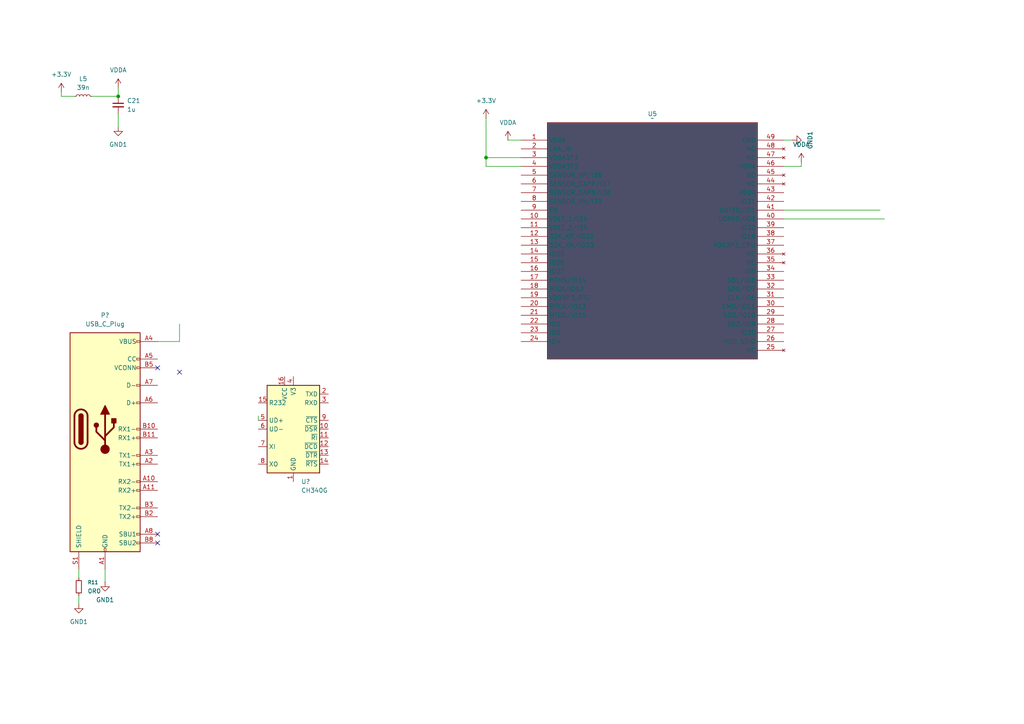
<source format=kicad_sch>
(kicad_sch (version 20250114) (generator "eeschema") (generator_version "9.0")
  (paper "A4")
  (lib_symbols
    (symbol "Connector:USB_C_Plug" (pin_names (offset 1.016))
      (property "Reference" "P" (at -10.16 29.21 0))
      (property "Value" "USB_C_Plug" (at 10.16 29.21 0))
      (symbol "USB_C_Plug_0_0"
        (rectangle (start -0.254 -35.56) (end 0.254 -34.544))
        (rectangle (start 10.16 25.654) (end 9.144 25.146))
        (rectangle (start 10.16 20.574) (end 9.144 20.066))
        (rectangle (start 10.16 18.034) (end 9.144 17.526))
        (rectangle (start 10.16 12.954) (end 9.144 12.446))
        (rectangle (start 10.16 7.874) (end 9.144 7.366))
        (rectangle (start 10.16 0.254) (end 9.144 -0.254))
        (rectangle (start 10.16 -2.286) (end 9.144 -2.794))
        (rectangle (start 10.16 -7.366) (end 9.144 -7.874))
        (rectangle (start 10.16 -9.906) (end 9.144 -10.414))
        (rectangle (start 10.16 -14.986) (end 9.144 -15.494))
        (rectangle (start 10.16 -17.526) (end 9.144 -18.034))
        (rectangle (start 10.16 -22.606) (end 9.144 -23.114))
        (rectangle (start 10.16 -25.146) (end 9.144 -25.654))
        (rectangle (start 10.16 -30.226) (end 9.144 -30.734))
        (rectangle (start 10.16 -32.766) (end 9.144 -33.274))
      )
      (symbol "USB_C_Plug_0_1"
        (rectangle (start -10.16 27.94) (end 10.16 -35.56) (stroke (width 0.254)) (fill (type background)))
        (polyline (pts (xy -8.89 -3.81) (xy -8.89 3.81)) (stroke (width 0.508)))
        (rectangle (start -7.62 -3.81) (end -6.35 3.81) (stroke (width 0.254)) (fill (type outline)))
        (arc (start -7.62 3.81) (mid -6.985 4.4423) (end -6.35 3.81) (stroke (width 0.254)))
        (arc (start -7.62 3.81) (mid -6.985 4.4423) (end -6.35 3.81) (stroke (width 0.254)) (fill (type outline)))
        (arc (start -8.89 3.81) (mid -6.985 5.7067) (end -5.08 3.81) (stroke (width 0.508)))
        (arc (start -5.08 -3.81) (mid -6.985 -5.7067) (end -8.89 -3.81) (stroke (width 0.508)))
        (arc (start -6.35 -3.81) (mid -6.985 -4.4423) (end -7.62 -3.81) (stroke (width 0.254)))
        (arc (start -6.35 -3.81) (mid -6.985 -4.4423) (end -7.62 -3.81) (stroke (width 0.254)) (fill (type outline)))
        (polyline (pts (xy -5.08 3.81) (xy -5.08 -3.81)) (stroke (width 0.508)))
      )
      (symbol "USB_C_Plug_1_1"
        (circle (center -2.54 1.143) (radius 0.635) (stroke (width 0.254)) (fill (type outline)))
        (polyline (pts (xy -1.27 4.318) (xy 0 6.858) (xy 1.27 4.318) (xy -1.27 4.318)) (stroke (width 0.254)) (fill (type outline)))
        (polyline (pts (xy 0 -2.032) (xy 2.54 0.508) (xy 2.54 1.778)) (stroke (width 0.508)))
        (polyline (pts (xy 0 -3.302) (xy -2.54 -0.762) (xy -2.54 0.508)) (stroke (width 0.508)))
        (polyline (pts (xy 0 -5.842) (xy 0 4.318)) (stroke (width 0.508)))
        (circle (center 0 -5.842) (radius 1.27) (fill (type outline)))
        (rectangle (start 1.905 1.778) (end 3.175 3.048) (stroke (width 0.254)) (fill (type outline)))
        (pin passive line (at -7.62 -40.64 90) (length 5.08) (name "SHIELD") (number "S1"))
        (pin passive line (at 0 -40.64 90) (length 5.08) (name "GND") (number "A1"))
        (pin passive line (at 0 -40.64 90) (length 5.08) (hide yes) (name "GND") (number "A12"))
        (pin passive line (at 0 -40.64 90) (length 5.08) (hide yes) (name "GND") (number "B1"))
        (pin passive line (at 0 -40.64 90) (length 5.08) (hide yes) (name "GND") (number "B12"))
        (pin passive line (at 15.24 25.4 180) (length 5.08) (name "VBUS") (number "A4"))
        (pin passive line (at 15.24 25.4 180) (length 5.08) (hide yes) (name "VBUS") (number "A9"))
        (pin passive line (at 15.24 25.4 180) (length 5.08) (hide yes) (name "VBUS") (number "B4"))
        (pin passive line (at 15.24 25.4 180) (length 5.08) (hide yes) (name "VBUS") (number "B9"))
        (pin bidirectional line (at 15.24 20.32 180) (length 5.08) (name "CC") (number "A5"))
        (pin bidirectional line (at 15.24 17.78 180) (length 5.08) (name "VCONN") (number "B5"))
        (pin bidirectional line (at 15.24 12.7 180) (length 5.08) (name "D-") (number "A7"))
        (pin bidirectional line (at 15.24 7.62 180) (length 5.08) (name "D+") (number "A6"))
        (pin bidirectional line (at 15.24 0 180) (length 5.08) (name "RX1-") (number "B10"))
        (pin bidirectional line (at 15.24 -2.54 180) (length 5.08) (name "RX1+") (number "B11"))
        (pin bidirectional line (at 15.24 -7.62 180) (length 5.08) (name "TX1-") (number "A3"))
        (pin bidirectional line (at 15.24 -10.16 180) (length 5.08) (name "TX1+") (number "A2"))
        (pin bidirectional line (at 15.24 -15.24 180) (length 5.08) (name "RX2-") (number "A10"))
        (pin bidirectional line (at 15.24 -17.78 180) (length 5.08) (name "RX2+") (number "A11"))
        (pin bidirectional line (at 15.24 -22.86 180) (length 5.08) (name "TX2-") (number "B3"))
        (pin bidirectional line (at 15.24 -25.4 180) (length 5.08) (name "TX2+") (number "B2"))
        (pin bidirectional line (at 15.24 -30.48 180) (length 5.08) (name "SBU1") (number "A8"))
        (pin bidirectional line (at 15.24 -33.02 180) (length 5.08) (name "SBU2") (number "B8"))
      )
    )
    (symbol "Device:C_Small" (pin_numbers (hide yes)) (pin_names (offset 0.254) (hide yes))
      (property "Reference" "C" (at 0.254 1.778 0))
      (property "Value" "C_Small" (at 0.254 -2.032 0))
      (symbol "C_Small_0_1"
        (polyline (pts (xy -1.524 0.508) (xy 1.524 0.508)) (stroke (width 0.3048)))
        (polyline (pts (xy -1.524 -0.508) (xy 1.524 -0.508)) (stroke (width 0.3302)))
      )
      (symbol "C_Small_1_1"
        (pin passive line (at 0 2.54 270) (length 2.032) (name "~") (number "1"))
        (pin passive line (at 0 -2.54 90) (length 2.032) (name "~") (number "2"))
      )
    )
    (symbol "Device:L_Small" (pin_numbers (hide yes)) (pin_names (offset 0.254) (hide yes))
      (property "Reference" "L" (at 0.762 1.016 0))
      (property "Value" "L_Small" (at 0.762 -1.016 0))
      (symbol "L_Small_0_1"
        (arc (start 0 2.032) (mid 0.5058 1.524) (end 0 1.016))
        (arc (start 0 1.016) (mid 0.5058 0.508) (end 0 0))
        (arc (start 0 0) (mid 0.5058 -0.508) (end 0 -1.016))
        (arc (start 0 -1.016) (mid 0.5058 -1.524) (end 0 -2.032))
      )
      (symbol "L_Small_1_1"
        (pin passive line (at 0 2.54 270) (length 0.508) (name "~") (number "1"))
        (pin passive line (at 0 -2.54 90) (length 0.508) (name "~") (number "2"))
      )
    )
    (symbol "Device:R_Small" (pin_numbers (hide yes)) (pin_names (offset 0.254) (hide yes))
      (property "Reference" "R" (at 0 0 90))
      (property "Value" "R_Small" (at 1.778 0 90))
      (symbol "R_Small_0_1"
        (rectangle (start -0.762 1.778) (end 0.762 -1.778) (stroke (width 0.2032)))
      )
      (symbol "R_Small_1_1"
        (pin passive line (at 0 2.54 270) (length 0.762) (name "~") (number "1"))
        (pin passive line (at 0 -2.54 90) (length 0.762) (name "~") (number "2"))
      )
    )
    (symbol "Interface_USB:CH340G"
      (property "Reference" "U" (at -5.08 13.97 0))
      (property "Value" "CH340G" (at 1.27 13.97 0))
      (symbol "CH340G_0_1"
        (rectangle (start -7.62 12.7) (end 7.62 -12.7) (stroke (width 0.254)) (fill (type background)))
      )
      (symbol "CH340G_1_1"
        (pin input line (at -10.16 7.62 0) (length 2.54) (name "R232") (number "15"))
        (pin bidirectional line (at -10.16 2.54 0) (length 2.54) (name "UD+") (number "5"))
        (pin bidirectional line (at -10.16 0 0) (length 2.54) (name "UD-") (number "6"))
        (pin input line (at -10.16 -5.08 0) (length 2.54) (name "XI") (number "7"))
        (pin output line (at -10.16 -10.16 0) (length 2.54) (name "XO") (number "8"))
        (pin power_in line (at -2.54 15.24 270) (length 2.54) (name "VCC") (number "16"))
        (pin power_out line (at 0 15.24 270) (length 2.54) (name "V3") (number "4"))
        (pin power_in line (at 0 -15.24 90) (length 2.54) (name "GND") (number "1"))
        (pin output line (at 10.16 10.16 180) (length 2.54) (name "TXD") (number "2"))
        (pin input line (at 10.16 7.62 180) (length 2.54) (name "RXD") (number "3"))
        (pin input line (at 10.16 2.54 180) (length 2.54) (name "~{CTS}") (number "9"))
        (pin input line (at 10.16 0 180) (length 2.54) (name "~{DSR}") (number "10"))
        (pin input line (at 10.16 -2.54 180) (length 2.54) (name "~{RI}") (number "11"))
        (pin input line (at 10.16 -5.08 180) (length 2.54) (name "~{DCD}") (number "12"))
        (pin output line (at 10.16 -7.62 180) (length 2.54) (name "~{DTR}") (number "13"))
        (pin output line (at 10.16 -10.16 180) (length 2.54) (name "~{RTS}") (number "14"))
      )
    )
    (symbol "Library 1:ESP32-PICO-V3"
      (property "Reference" "U" (at 0 0 0))
      (symbol "ESP32-PICO-V3_0_1"
        (pin power_in line (at 0 -5.08 0) (length 7.62) (name "VDDA") (number "1"))
        (pin unspecified line (at 0 -7.62 0) (length 7.62) (name "LNA_IN") (number "2"))
        (pin power_in line (at 0 -10.16 0) (length 7.62) (name "VDDA3P3") (number "3"))
        (pin power_in line (at 0 -12.7 0) (length 7.62) (name "VDDA3P3") (number "4"))
        (pin unspecified line (at 0 -15.24 0) (length 7.62) (name "SENSOR_VP/I36") (number "5"))
        (pin unspecified line (at 0 -17.78 0) (length 7.62) (name "SENSOR_CAPP/I37") (number "6"))
        (pin unspecified line (at 0 -20.32 0) (length 7.62) (name "SENSOR_CAPN/I38") (number "7"))
        (pin unspecified line (at 0 -22.86 0) (length 7.62) (name "SENSOR_VN/I39") (number "8"))
        (pin unspecified line (at 0 -25.4 0) (length 7.62) (name "EN") (number "9"))
        (pin bidirectional line (at 0 -27.94 0) (length 7.62) (name "VDET_1/I34") (number "10"))
        (pin unspecified line (at 0 -30.48 0) (length 7.62) (name "VDET_2/I35") (number "11"))
        (pin bidirectional line (at 0 -33.02 0) (length 7.62) (name "32K_XP/IO32") (number "12"))
        (pin bidirectional line (at 0 -35.56 0) (length 7.62) (name "32K_XN/IO33") (number "13"))
        (pin bidirectional line (at 0 -38.1 0) (length 7.62) (name "IO25") (number "14"))
        (pin bidirectional line (at 0 -40.64 0) (length 7.62) (name "IO26") (number "15"))
        (pin bidirectional line (at 0 -43.18 0) (length 7.62) (name "IO27") (number "16"))
        (pin unspecified line (at 0 -45.72 0) (length 7.62) (name "MTMS/IO14") (number "17"))
        (pin unspecified line (at 0 -48.26 0) (length 7.62) (name "MTDI/IO12") (number "18"))
        (pin power_in line (at 0 -50.8 0) (length 7.62) (name "VDD3P3_RTC") (number "19"))
        (pin unspecified line (at 0 -53.34 0) (length 7.62) (name "MTCK/IO13") (number "20"))
        (pin unspecified line (at 0 -55.88 0) (length 7.62) (name "MTDO/IO15") (number "21"))
        (pin bidirectional line (at 0 -58.42 0) (length 7.62) (name "IO2") (number "22"))
        (pin bidirectional line (at 0 -60.96 0) (length 7.62) (name "IO0") (number "23"))
        (pin bidirectional line (at 0 -63.5 0) (length 7.62) (name "IO4") (number "24"))
        (pin power_out line (at 76.2 -5.08 180) (length 7.62) (name "GND") (number "49"))
        (pin no_connect line (at 76.2 -7.62 180) (length 7.62) (name "NC") (number "48"))
        (pin no_connect line (at 76.2 -10.16 180) (length 7.62) (name "NC") (number "47"))
        (pin power_in line (at 76.2 -12.7 180) (length 7.62) (name "VDDA") (number "46"))
        (pin no_connect line (at 76.2 -15.24 180) (length 7.62) (name "NC") (number "45"))
        (pin no_connect line (at 76.2 -17.78 180) (length 7.62) (name "NC") (number "44"))
        (pin power_in line (at 76.2 -20.32 180) (length 7.62) (name "VDDA") (number "43"))
        (pin bidirectional line (at 76.2 -22.86 180) (length 7.62) (name "IO21") (number "42"))
        (pin bidirectional line (at 76.2 -25.4 180) (length 7.62) (name "U0TXD/IO1") (number "41"))
        (pin bidirectional line (at 76.2 -27.94 180) (length 7.62) (name "U0RXD/IO3") (number "40"))
        (pin bidirectional line (at 76.2 -30.48 180) (length 7.62) (name "IO22") (number "39"))
        (pin bidirectional line (at 76.2 -33.02 180) (length 7.62) (name "IO19") (number "38"))
        (pin power_in line (at 76.2 -35.56 180) (length 7.62) (name "VDD3P3_CPU") (number "37"))
        (pin no_connect line (at 76.2 -38.1 180) (length 7.62) (name "NC") (number "36"))
        (pin no_connect line (at 76.2 -40.64 180) (length 7.62) (name "NC") (number "35"))
        (pin bidirectional line (at 76.2 -43.18 180) (length 7.62) (name "IO5") (number "34"))
        (pin bidirectional line (at 76.2 -45.72 180) (length 7.62) (name "SD1/IO8") (number "33"))
        (pin bidirectional line (at 76.2 -48.26 180) (length 7.62) (name "SD0/IO7") (number "32"))
        (pin unspecified line (at 76.2 -50.8 180) (length 7.62) (name "CLK/IO6") (number "31"))
        (pin unspecified line (at 76.2 -53.34 180) (length 7.62) (name "CMD/IO11") (number "30"))
        (pin bidirectional line (at 76.2 -55.88 180) (length 7.62) (name "SD3/IO10") (number "29"))
        (pin bidirectional line (at 76.2 -58.42 180) (length 7.62) (name "SD2/IO9") (number "28"))
        (pin bidirectional line (at 76.2 -60.96 180) (length 7.62) (name "IO20") (number "27"))
        (pin power_in line (at 76.2 -63.5 180) (length 7.62) (name "VDD_SDIO") (number "26"))
        (pin no_connect line (at 76.2 -66.04 180) (length 7.62) (name "NC") (number "25"))
      )
      (symbol "ESP32-PICO-V3_1_1"
        (rectangle (start 7.62 0) (end 68.58 -68.58) (fill (type color) (color 77 79 104 1)))
      )
    )
    (symbol "power:+3.3V" (power) (pin_numbers (hide yes)) (pin_names (offset 0) (hide yes))
      (property "Value" "+3.3V" (at 0 3.556 0))
      (symbol "+3.3V_0_1"
        (polyline (pts (xy -0.762 1.27) (xy 0 2.54)))
        (polyline (pts (xy 0 2.54) (xy 0.762 1.27)))
        (polyline (pts (xy 0 0) (xy 0 2.54)))
      )
      (symbol "+3.3V_1_1"
        (pin power_in line (at 0 0 90) (length 0) (name "~") (number "1"))
      )
    )
    (symbol "power:GND1" (power) (pin_numbers (hide yes)) (pin_names (offset 0) (hide yes))
      (property "Value" "GND1" (at 0 -3.81 0))
      (symbol "GND1_0_1"
        (polyline (pts (xy 0 0) (xy 0 -1.27) (xy 1.27 -1.27) (xy 0 -2.54) (xy -1.27 -1.27) (xy 0 -1.27)))
      )
      (symbol "GND1_1_1"
        (pin power_in line (at 0 0 270) (length 0) (name "~") (number "1"))
      )
    )
    (symbol "power:VDDA" (power) (pin_numbers (hide yes)) (pin_names (offset 0) (hide yes))
      (property "Value" "VDDA" (at 0 3.556 0))
      (symbol "VDDA_0_1"
        (polyline (pts (xy -0.762 1.27) (xy 0 2.54)))
        (polyline (pts (xy 0 2.54) (xy 0.762 1.27)))
        (polyline (pts (xy 0 0) (xy 0 2.54)))
      )
      (symbol "VDDA_1_1"
        (pin power_in line (at 0 0 90) (length 0) (name "~") (number "1"))
      )
    )
  )
  (junction (at 34.29 27.94))
  (junction (at 140.97 45.72))
  (no_connect (at 45.72 106.68))
  (no_connect (at 52.07 107.95))
  (no_connect (at 45.72 157.48))
  (no_connect (at 45.72 154.94))
  (wire (pts (xy 227.33 63.5) (xy 256.54 63.5)))
  (wire (pts (xy 232.41 48.26) (xy 232.41 46.99)))
  (wire (pts (xy 140.97 34.29) (xy 140.97 45.72)))
  (wire (pts (xy 74.93 120.65) (xy 74.93 121.92)))
  (wire (pts (xy 17.78 27.94) (xy 21.59 27.94)))
  (wire (pts (xy 227.33 60.96) (xy 255.27 60.96)))
  (wire (pts (xy 140.97 48.26) (xy 140.97 45.72)))
  (wire (pts (xy 151.13 48.26) (xy 140.97 48.26)))
  (wire (pts (xy 34.29 25.4) (xy 34.29 27.94)))
  (wire (pts (xy 45.72 99.06) (xy 52.07 99.06)))
  (wire (pts (xy 52.07 93.98) (xy 52.07 99.06)))
  (wire (pts (xy 17.78 26.67) (xy 17.78 27.94)))
  (wire (pts (xy 140.97 45.72) (xy 151.13 45.72)))
  (wire (pts (xy 22.86 175.26) (xy 22.86 172.72)))
  (wire (pts (xy 227.33 40.64) (xy 229.87 40.64)))
  (wire (pts (xy 22.86 167.64) (xy 22.86 165.1)))
  (wire (pts (xy 227.33 48.26) (xy 232.41 48.26)))
  (wire (pts (xy 147.32 40.64) (xy 151.13 40.64)))
  (wire (pts (xy 26.67 27.94) (xy 34.29 27.94)))
  (wire (pts (xy 30.48 168.91) (xy 30.48 165.1)))
  (wire (pts (xy 34.29 33.02) (xy 34.29 36.83)))
  (symbol (lib_id "power:+3.3V") (at 17.78 26.67 0) (unit 1)
    (property "Reference" "#PWR045" (effects (hide yes)))
    (property "Value" "+3.3V" (at 17.78 21.59 0))
    (property "Description" "Power symbol creates a global label with name \"+3.3V\"" (effects (hide yes)))
  )
  (symbol (lib_id "Device:C_Small") (at 34.29 30.48 0) (unit 1)
    (property "Reference" "C21" (at 36.83 29.2163 0) (effects (justify left)))
    (property "Value" "1u" (at 36.83 31.7563 0) (effects (justify left)))
    (property "Description" "Unpolarized capacitor, small symbol" (effects (hide yes)))
  )
  (symbol (lib_id "power:GND1") (at 22.86 175.26 0) (unit 1)
    (property "Reference" "#PWR049" (effects (hide yes)))
    (property "Value" "GND1" (at 22.86 180.34 0))
    (property "Description" "Power symbol creates a global label with name \"GND1\" , ground" (effects (hide yes)))
  )
  (symbol (lib_id "Device:L_Small") (at 24.13 27.94 90) (unit 1)
    (property "Reference" "L5" (at 24.13 22.86 90))
    (property "Value" "39n" (at 24.13 25.4 90))
    (property "Description" "Inductor, small symbol" (effects (hide yes)))
  )
  (symbol (lib_id "Connector:USB_C_Plug") (at 30.48 124.46 0) (unit 1)
    (property "Reference" "P?" (at 30.48 91.44 0))
    (property "Value" "USB_C_Plug" (at 30.48 93.98 0))
    (property "Datasheet" "https://www.usb.org/sites/default/files/documents/usb_type-c.zip" (effects (hide yes)))
    (property "Description" "USB Type-C Plug connector" (effects (hide yes)))
  )
  (symbol (lib_id "power:GND1") (at 34.29 36.83 0) (unit 1)
    (property "Reference" "#PWR047" (effects (hide yes)))
    (property "Value" "GND1" (at 34.29 41.91 0))
    (property "Description" "Power symbol creates a global label with name \"GND1\" , ground" (effects (hide yes)))
  )
  (symbol (lib_id "power:VDDA") (at 147.32 40.64 0) (unit 1)
    (property "Reference" "#PWR024" (effects (hide yes)))
    (property "Value" "VDDA" (at 147.32 35.56 0))
    (property "Description" "Power symbol creates a global label with name \"VDDA\"" (effects (hide yes)))
  )
  (symbol (lib_id "power:+3.3V") (at 34.29 25.4 0) (unit 1)
    (property "Reference" "#PWR046" (effects (hide yes)))
    (property "Value" "VDDA" (at 34.29 20.32 0))
    (property "Description" "Power symbol creates a global label with name \"+3.3V\"" (effects (hide yes)))
  )
  (symbol (lib_id "power:VDDA") (at 232.41 46.99 0) (unit 1)
    (property "Reference" "#PWR026" (effects (hide yes)))
    (property "Value" "VDDA" (at 232.41 41.91 0))
    (property "Description" "Power symbol creates a global label with name \"VDDA\"" (effects (hide yes)))
  )
  (symbol (lib_id "power:+3.3V") (at 140.97 34.29 0) (unit 1)
    (property "Reference" "#PWR022" (effects (hide yes)))
    (property "Value" "+3.3V" (at 140.97 29.21 0))
    (property "Description" "Power symbol creates a global label with name \"+3.3V\"" (effects (hide yes)))
  )
  (symbol (lib_id "Library 1:ESP32-PICO-V3") (at 151.13 35.56 0) (unit 1)
    (property "Reference" "U5" (at 189.23 33.02 0))
    (property "Value" "~" (at 189.23 34.29 0))
  )
  (symbol (lib_id "Interface_USB:CH340G") (at 85.09 124.46 0) (unit 1)
    (property "Reference" "U?" (at 87.3477 139.7 0) (effects (justify left)))
    (property "Value" "CH340G" (at 87.3477 142.24 0) (effects (justify left)))
    (property "Footprint" "Package_SO:SOIC-16_3.9x9.9mm_P1.27mm" (effects (hide yes)))
    (property "Datasheet" "http://www.datasheet5.com/pdf-local-2195953" (effects (hide yes)))
    (property "Description" "USB serial converter, UART, SOIC-16" (effects (hide yes)))
  )
  (symbol (lib_id "power:GND1") (at 229.87 40.64 90) (unit 1)
    (property "Reference" "#PWR023" (effects (hide yes)))
    (property "Value" "GND1" (at 234.95 40.64 0))
    (property "Description" "Power symbol creates a global label with name \"GND1\" , ground" (effects (hide yes)))
  )
  (symbol (lib_id "Device:R_Small") (at 22.86 170.18 0) (unit 1)
    (property "Reference" "R11" (at 25.4 168.91 0) (effects (font (size 1.016 1.016)) (justify left)))
    (property "Value" "0R0" (at 25.4 171.45 0) (effects (justify left)))
    (property "Description" "Resistor, small symbol" (effects (hide yes)))
  )
  (symbol (lib_id "power:GND1") (at 30.48 168.91 0) (unit 1)
    (property "Reference" "#PWR048" (effects (hide yes)))
    (property "Value" "GND1" (at 30.48 173.99 0))
    (property "Description" "Power symbol creates a global label with name \"GND1\" , ground" (effects (hide yes)))
  )
)
</source>
